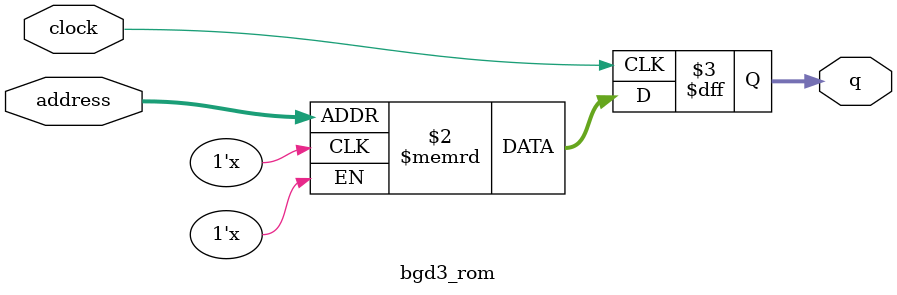
<source format=sv>
module bgd3_rom (
	input logic clock,
	input logic [14:0] address,
	output logic [3:0] q
);

logic [3:0] memory [0:19199] /* synthesis ram_init_file = "./bgd3/bgd3.mif" */;

always_ff @ (posedge clock) begin
	q <= memory[address];
end

endmodule

</source>
